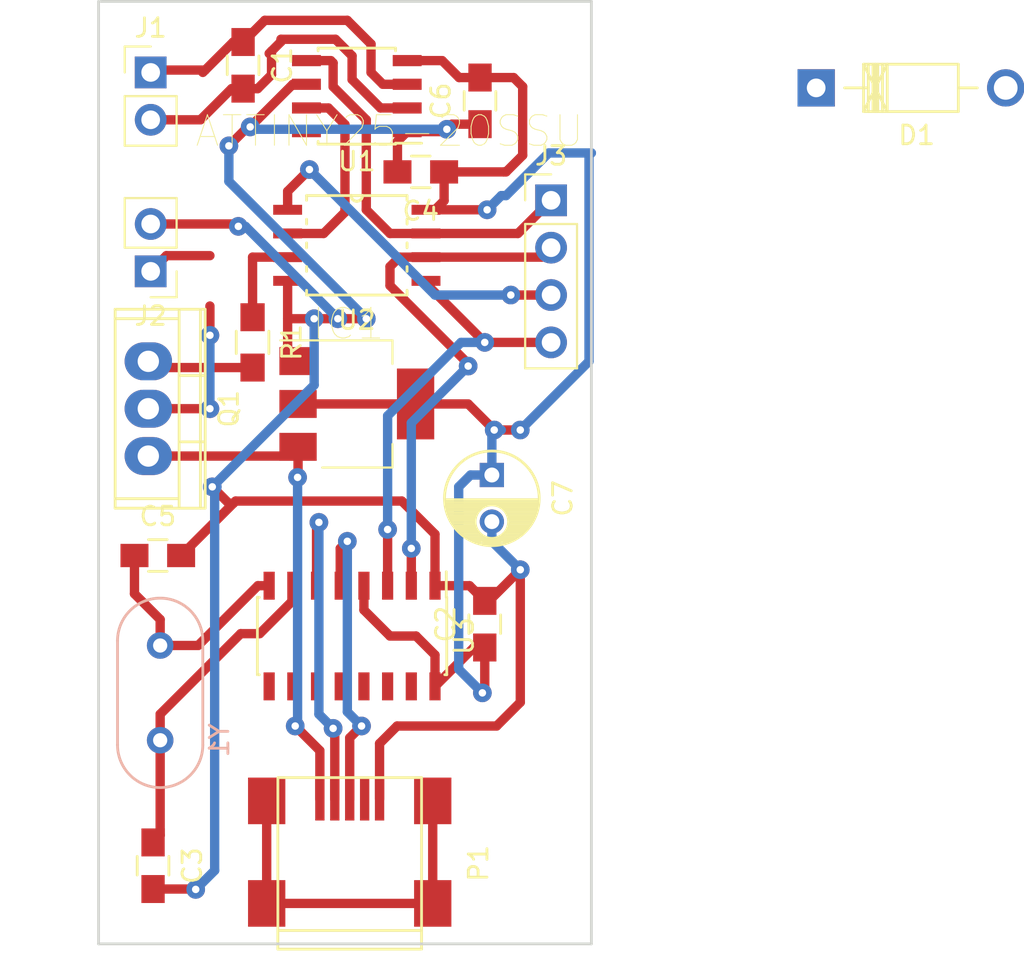
<source format=kicad_pcb>
(kicad_pcb (version 20160815) (host pcbnew "(2016-12-18 revision 3ffa37c)-master")

  (general
    (links 48)
    (no_connects 4)
    (area 138.735999 79.807999 165.302001 130.504001)
    (thickness 1.6)
    (drawings 4)
    (tracks 227)
    (zones 0)
    (modules 19)
    (nets 28)
  )

  (page A4)
  (layers
    (0 F.Cu signal)
    (31 B.Cu signal)
    (32 B.Adhes user)
    (33 F.Adhes user)
    (34 B.Paste user)
    (35 F.Paste user)
    (36 B.SilkS user)
    (37 F.SilkS user)
    (38 B.Mask user)
    (39 F.Mask user)
    (40 Dwgs.User user)
    (41 Cmts.User user)
    (42 Eco1.User user)
    (43 Eco2.User user)
    (44 Edge.Cuts user)
    (45 Margin user)
    (46 B.CrtYd user)
    (47 F.CrtYd user)
    (48 B.Fab user)
    (49 F.Fab user)
  )

  (setup
    (last_trace_width 0.5)
    (user_trace_width 0.35)
    (trace_clearance 0.4)
    (zone_clearance 0.508)
    (zone_45_only no)
    (trace_min 0.2)
    (segment_width 0.2)
    (edge_width 0.15)
    (via_size 1)
    (via_drill 0.4)
    (via_min_size 0.4)
    (via_min_drill 0.3)
    (uvia_size 0.3)
    (uvia_drill 0.1)
    (uvias_allowed no)
    (uvia_min_size 0.2)
    (uvia_min_drill 0.1)
    (pcb_text_width 0.3)
    (pcb_text_size 1.5 1.5)
    (mod_edge_width 0.15)
    (mod_text_size 1 1)
    (mod_text_width 0.15)
    (pad_size 1.524 1.524)
    (pad_drill 0.762)
    (pad_to_mask_clearance 0.2)
    (aux_axis_origin 0 0)
    (visible_elements FFFFFD7F)
    (pcbplotparams
      (layerselection 0x00080_7fffffff)
      (usegerberextensions false)
      (excludeedgelayer true)
      (linewidth 0.100000)
      (plotframeref false)
      (viasonmask true)
      (mode 1)
      (useauxorigin false)
      (hpglpennumber 1)
      (hpglpenspeed 20)
      (hpglpendiameter 15)
      (psnegative false)
      (psa4output false)
      (plotreference true)
      (plotvalue true)
      (plotinvisibletext false)
      (padsonsilk false)
      (subtractmaskfromsilk false)
      (outputformat 4)
      (mirror true)
      (drillshape 0)
      (scaleselection 1)
      (outputdirectory ""))
  )

  (net 0 "")
  (net 1 GND)
  (net 2 +5V)
  (net 3 "Net-(Q1-Pad1)")
  (net 4 "Net-(IC1-Pad3)")
  (net 5 /to_relay)
  (net 6 "Net-(IC1-Pad2)")
  (net 7 "Net-(IC1-Pad7)")
  (net 8 "Net-(IC1-Pad1)")
  (net 9 "Net-(IC1-Pad5)")
  (net 10 "Net-(IC1-Pad6)")
  (net 11 +3V3)
  (net 12 "Net-(C1-Pad2)")
  (net 13 "Net-(C1-Pad1)")
  (net 14 "Net-(U3-Pad15)")
  (net 15 "Net-(U3-Pad14)")
  (net 16 "Net-(U3-Pad13)")
  (net 17 "Net-(U3-Pad12)")
  (net 18 "Net-(U3-Pad11)")
  (net 19 "Net-(U3-Pad10)")
  (net 20 "Net-(U3-Pad9)")
  (net 21 "Net-(C5-Pad1)")
  (net 22 "Net-(C3-Pad1)")
  (net 23 "Net-(P1-Pad2)")
  (net 24 "Net-(P1-Pad3)")
  (net 25 "Net-(P1-Pad6)")
  (net 26 "Net-(P1-Pad4)")
  (net 27 "Net-(J2-Pad2)")

  (net_class Default "This is the default net class."
    (clearance 0.4)
    (trace_width 0.5)
    (via_dia 1)
    (via_drill 0.4)
    (uvia_dia 0.3)
    (uvia_drill 0.1)
    (diff_pair_gap 0.25)
    (diff_pair_width 0.2)
    (add_net +3V3)
    (add_net +5V)
    (add_net /to_relay)
    (add_net GND)
    (add_net "Net-(C1-Pad1)")
    (add_net "Net-(C1-Pad2)")
    (add_net "Net-(C3-Pad1)")
    (add_net "Net-(C5-Pad1)")
    (add_net "Net-(IC1-Pad1)")
    (add_net "Net-(IC1-Pad2)")
    (add_net "Net-(IC1-Pad3)")
    (add_net "Net-(IC1-Pad5)")
    (add_net "Net-(IC1-Pad6)")
    (add_net "Net-(IC1-Pad7)")
    (add_net "Net-(J2-Pad2)")
    (add_net "Net-(P1-Pad2)")
    (add_net "Net-(P1-Pad3)")
    (add_net "Net-(P1-Pad4)")
    (add_net "Net-(P1-Pad6)")
    (add_net "Net-(Q1-Pad1)")
    (add_net "Net-(U3-Pad10)")
    (add_net "Net-(U3-Pad11)")
    (add_net "Net-(U3-Pad12)")
    (add_net "Net-(U3-Pad13)")
    (add_net "Net-(U3-Pad14)")
    (add_net "Net-(U3-Pad15)")
    (add_net "Net-(U3-Pad9)")
  )

  (module Diodes_THT:Diode_DO-41_SOD81_Horizontal_RM10 (layer F.Cu) (tedit 552FFCCE) (tstamp 586BD438)
    (at 177.276492 84.524039)
    (descr "Diode, DO-41, SOD81, Horizontal, RM 10mm,")
    (tags "Diode, DO-41, SOD81, Horizontal, RM 10mm, 1N4007, SB140,")
    (path /586BD5C8)
    (fp_text reference D1 (at 5.38734 2.53746) (layer F.SilkS)
      (effects (font (size 1 1) (thickness 0.15)))
    )
    (fp_text value D (at 4.37134 -3.55854) (layer F.Fab)
      (effects (font (size 1 1) (thickness 0.15)))
    )
    (fp_line (start 7.62 1.26746) (end 2.54 1.26746) (layer F.SilkS) (width 0.15))
    (fp_line (start 7.62 -1.27254) (end 7.62 1.26746) (layer F.SilkS) (width 0.15))
    (fp_line (start 2.54 -1.27254) (end 7.62 -1.27254) (layer F.SilkS) (width 0.15))
    (fp_line (start 2.54 1.26746) (end 2.54 -1.27254) (layer F.SilkS) (width 0.15))
    (fp_line (start 3.175 -1.27254) (end 3.175 1.26746) (layer F.SilkS) (width 0.15))
    (fp_line (start 3.81 -1.27254) (end 3.81 1.26746) (layer F.SilkS) (width 0.15))
    (fp_line (start 2.54 -1.27254) (end 3.81 1.26746) (layer F.SilkS) (width 0.15))
    (fp_line (start 3.81 -1.27254) (end 2.54 1.26746) (layer F.SilkS) (width 0.15))
    (fp_line (start 2.794 -1.27254) (end 2.794 1.26746) (layer F.SilkS) (width 0.15))
    (fp_line (start 3.556 -1.27254) (end 3.556 1.26746) (layer F.SilkS) (width 0.15))
    (fp_line (start 3.302 -1.27254) (end 3.302 1.26746) (layer F.SilkS) (width 0.15))
    (fp_line (start 3.048 -1.27254) (end 3.048 1.26746) (layer F.SilkS) (width 0.15))
    (fp_line (start 2.794 -0.00254) (end 1.524 -0.00254) (layer F.SilkS) (width 0.15))
    (fp_line (start 7.62 -0.00254) (end 8.636 -0.00254) (layer F.SilkS) (width 0.15))
    (pad 1 thru_hole rect (at 0 -0.00254 180) (size 1.99898 1.99898) (drill 1.00076) (layers *.Cu *.Mask)
      (net 2 +5V))
    (pad 2 thru_hole circle (at 10.16 -0.00254 180) (size 1.99898 1.99898) (drill 1.27) (layers *.Cu *.Mask)
      (net 5 /to_relay))
  )

  (module Capacitors_SMD:C_0805_HandSoldering (layer F.Cu) (tedit 541A9B8D) (tstamp 586B35E2)
    (at 159.258 85.217 90)
    (descr "Capacitor SMD 0805, hand soldering")
    (tags "capacitor 0805")
    (path /586B504A)
    (attr smd)
    (fp_text reference C6 (at 0 -2.1 90) (layer F.SilkS)
      (effects (font (size 1 1) (thickness 0.15)))
    )
    (fp_text value 0.1u (at 0 2.1 90) (layer F.Fab)
      (effects (font (size 1 1) (thickness 0.15)))
    )
    (fp_line (start -1 0.625) (end -1 -0.625) (layer F.Fab) (width 0.15))
    (fp_line (start 1 0.625) (end -1 0.625) (layer F.Fab) (width 0.15))
    (fp_line (start 1 -0.625) (end 1 0.625) (layer F.Fab) (width 0.15))
    (fp_line (start -1 -0.625) (end 1 -0.625) (layer F.Fab) (width 0.15))
    (fp_line (start -2.3 -1) (end 2.3 -1) (layer F.CrtYd) (width 0.05))
    (fp_line (start -2.3 1) (end 2.3 1) (layer F.CrtYd) (width 0.05))
    (fp_line (start -2.3 -1) (end -2.3 1) (layer F.CrtYd) (width 0.05))
    (fp_line (start 2.3 -1) (end 2.3 1) (layer F.CrtYd) (width 0.05))
    (fp_line (start 0.5 -0.85) (end -0.5 -0.85) (layer F.SilkS) (width 0.15))
    (fp_line (start -0.5 0.85) (end 0.5 0.85) (layer F.SilkS) (width 0.15))
    (pad 1 smd rect (at -1.25 0 90) (size 1.5 1.25) (layers F.Cu F.Paste F.Mask)
      (net 1 GND))
    (pad 2 smd rect (at 1.25 0 90) (size 1.5 1.25) (layers F.Cu F.Paste F.Mask)
      (net 11 +3V3))
    (model Capacitors_SMD.3dshapes/C_0805_HandSoldering.wrl
      (at (xyz 0 0 0))
      (scale (xyz 1 1 1))
      (rotate (xyz 0 0 0))
    )
  )

  (module Capacitors_SMD:C_0805_HandSoldering (layer F.Cu) (tedit 541A9B8D) (tstamp 586B35D2)
    (at 141.986 109.601)
    (descr "Capacitor SMD 0805, hand soldering")
    (tags "capacitor 0805")
    (path /586B3640)
    (attr smd)
    (fp_text reference C5 (at 0 -2.1) (layer F.SilkS)
      (effects (font (size 1 1) (thickness 0.15)))
    )
    (fp_text value 22p (at 0 2.1) (layer F.Fab)
      (effects (font (size 1 1) (thickness 0.15)))
    )
    (fp_line (start -0.5 0.85) (end 0.5 0.85) (layer F.SilkS) (width 0.15))
    (fp_line (start 0.5 -0.85) (end -0.5 -0.85) (layer F.SilkS) (width 0.15))
    (fp_line (start 2.3 -1) (end 2.3 1) (layer F.CrtYd) (width 0.05))
    (fp_line (start -2.3 -1) (end -2.3 1) (layer F.CrtYd) (width 0.05))
    (fp_line (start -2.3 1) (end 2.3 1) (layer F.CrtYd) (width 0.05))
    (fp_line (start -2.3 -1) (end 2.3 -1) (layer F.CrtYd) (width 0.05))
    (fp_line (start -1 -0.625) (end 1 -0.625) (layer F.Fab) (width 0.15))
    (fp_line (start 1 -0.625) (end 1 0.625) (layer F.Fab) (width 0.15))
    (fp_line (start 1 0.625) (end -1 0.625) (layer F.Fab) (width 0.15))
    (fp_line (start -1 0.625) (end -1 -0.625) (layer F.Fab) (width 0.15))
    (pad 2 smd rect (at 1.25 0) (size 1.5 1.25) (layers F.Cu F.Paste F.Mask)
      (net 1 GND))
    (pad 1 smd rect (at -1.25 0) (size 1.5 1.25) (layers F.Cu F.Paste F.Mask)
      (net 21 "Net-(C5-Pad1)"))
    (model Capacitors_SMD.3dshapes/C_0805_HandSoldering.wrl
      (at (xyz 0 0 0))
      (scale (xyz 1 1 1))
      (rotate (xyz 0 0 0))
    )
  )

  (module Capacitors_SMD:C_0805_HandSoldering (layer F.Cu) (tedit 541A9B8D) (tstamp 586B35C2)
    (at 156.083 89.027 180)
    (descr "Capacitor SMD 0805, hand soldering")
    (tags "capacitor 0805")
    (path /586B4418)
    (attr smd)
    (fp_text reference C4 (at 0 -2.1 180) (layer F.SilkS)
      (effects (font (size 1 1) (thickness 0.15)))
    )
    (fp_text value 0.1u (at 0 2.1 180) (layer F.Fab)
      (effects (font (size 1 1) (thickness 0.15)))
    )
    (fp_line (start -1 0.625) (end -1 -0.625) (layer F.Fab) (width 0.15))
    (fp_line (start 1 0.625) (end -1 0.625) (layer F.Fab) (width 0.15))
    (fp_line (start 1 -0.625) (end 1 0.625) (layer F.Fab) (width 0.15))
    (fp_line (start -1 -0.625) (end 1 -0.625) (layer F.Fab) (width 0.15))
    (fp_line (start -2.3 -1) (end 2.3 -1) (layer F.CrtYd) (width 0.05))
    (fp_line (start -2.3 1) (end 2.3 1) (layer F.CrtYd) (width 0.05))
    (fp_line (start -2.3 -1) (end -2.3 1) (layer F.CrtYd) (width 0.05))
    (fp_line (start 2.3 -1) (end 2.3 1) (layer F.CrtYd) (width 0.05))
    (fp_line (start 0.5 -0.85) (end -0.5 -0.85) (layer F.SilkS) (width 0.15))
    (fp_line (start -0.5 0.85) (end 0.5 0.85) (layer F.SilkS) (width 0.15))
    (pad 1 smd rect (at -1.25 0 180) (size 1.5 1.25) (layers F.Cu F.Paste F.Mask)
      (net 11 +3V3))
    (pad 2 smd rect (at 1.25 0 180) (size 1.5 1.25) (layers F.Cu F.Paste F.Mask)
      (net 1 GND))
    (model Capacitors_SMD.3dshapes/C_0805_HandSoldering.wrl
      (at (xyz 0 0 0))
      (scale (xyz 1 1 1))
      (rotate (xyz 0 0 0))
    )
  )

  (module Capacitors_SMD:C_0805_HandSoldering (layer F.Cu) (tedit 541A9B8D) (tstamp 586B35B2)
    (at 141.732 126.238 270)
    (descr "Capacitor SMD 0805, hand soldering")
    (tags "capacitor 0805")
    (path /586B35EE)
    (attr smd)
    (fp_text reference C3 (at 0 -2.1 270) (layer F.SilkS)
      (effects (font (size 1 1) (thickness 0.15)))
    )
    (fp_text value 22p (at 0 2.1 270) (layer F.Fab)
      (effects (font (size 1 1) (thickness 0.15)))
    )
    (fp_line (start -0.5 0.85) (end 0.5 0.85) (layer F.SilkS) (width 0.15))
    (fp_line (start 0.5 -0.85) (end -0.5 -0.85) (layer F.SilkS) (width 0.15))
    (fp_line (start 2.3 -1) (end 2.3 1) (layer F.CrtYd) (width 0.05))
    (fp_line (start -2.3 -1) (end -2.3 1) (layer F.CrtYd) (width 0.05))
    (fp_line (start -2.3 1) (end 2.3 1) (layer F.CrtYd) (width 0.05))
    (fp_line (start -2.3 -1) (end 2.3 -1) (layer F.CrtYd) (width 0.05))
    (fp_line (start -1 -0.625) (end 1 -0.625) (layer F.Fab) (width 0.15))
    (fp_line (start 1 -0.625) (end 1 0.625) (layer F.Fab) (width 0.15))
    (fp_line (start 1 0.625) (end -1 0.625) (layer F.Fab) (width 0.15))
    (fp_line (start -1 0.625) (end -1 -0.625) (layer F.Fab) (width 0.15))
    (pad 2 smd rect (at 1.25 0 270) (size 1.5 1.25) (layers F.Cu F.Paste F.Mask)
      (net 1 GND))
    (pad 1 smd rect (at -1.25 0 270) (size 1.5 1.25) (layers F.Cu F.Paste F.Mask)
      (net 22 "Net-(C3-Pad1)"))
    (model Capacitors_SMD.3dshapes/C_0805_HandSoldering.wrl
      (at (xyz 0 0 0))
      (scale (xyz 1 1 1))
      (rotate (xyz 0 0 0))
    )
  )

  (module Capacitors_SMD:C_0805_HandSoldering (layer F.Cu) (tedit 541A9B8D) (tstamp 586B35A2)
    (at 159.512 113.284 90)
    (descr "Capacitor SMD 0805, hand soldering")
    (tags "capacitor 0805")
    (path /586B5575)
    (attr smd)
    (fp_text reference C2 (at 0 -2.1 90) (layer F.SilkS)
      (effects (font (size 1 1) (thickness 0.15)))
    )
    (fp_text value 0.1u (at 0 2.1 90) (layer F.Fab)
      (effects (font (size 1 1) (thickness 0.15)))
    )
    (fp_line (start -1 0.625) (end -1 -0.625) (layer F.Fab) (width 0.15))
    (fp_line (start 1 0.625) (end -1 0.625) (layer F.Fab) (width 0.15))
    (fp_line (start 1 -0.625) (end 1 0.625) (layer F.Fab) (width 0.15))
    (fp_line (start -1 -0.625) (end 1 -0.625) (layer F.Fab) (width 0.15))
    (fp_line (start -2.3 -1) (end 2.3 -1) (layer F.CrtYd) (width 0.05))
    (fp_line (start -2.3 1) (end 2.3 1) (layer F.CrtYd) (width 0.05))
    (fp_line (start -2.3 -1) (end -2.3 1) (layer F.CrtYd) (width 0.05))
    (fp_line (start 2.3 -1) (end 2.3 1) (layer F.CrtYd) (width 0.05))
    (fp_line (start 0.5 -0.85) (end -0.5 -0.85) (layer F.SilkS) (width 0.15))
    (fp_line (start -0.5 0.85) (end 0.5 0.85) (layer F.SilkS) (width 0.15))
    (pad 1 smd rect (at -1.25 0 90) (size 1.5 1.25) (layers F.Cu F.Paste F.Mask)
      (net 11 +3V3))
    (pad 2 smd rect (at 1.25 0 90) (size 1.5 1.25) (layers F.Cu F.Paste F.Mask)
      (net 1 GND))
    (model Capacitors_SMD.3dshapes/C_0805_HandSoldering.wrl
      (at (xyz 0 0 0))
      (scale (xyz 1 1 1))
      (rotate (xyz 0 0 0))
    )
  )

  (module Capacitors_SMD:C_0805_HandSoldering (layer F.Cu) (tedit 541A9B8D) (tstamp 586B3592)
    (at 146.558 83.312 270)
    (descr "Capacitor SMD 0805, hand soldering")
    (tags "capacitor 0805")
    (path /586B5746)
    (attr smd)
    (fp_text reference C1 (at 0 -2.1 270) (layer F.SilkS)
      (effects (font (size 1 1) (thickness 0.15)))
    )
    (fp_text value 0.1u (at 0 2.1 270) (layer F.Fab)
      (effects (font (size 1 1) (thickness 0.15)))
    )
    (fp_line (start -0.5 0.85) (end 0.5 0.85) (layer F.SilkS) (width 0.15))
    (fp_line (start 0.5 -0.85) (end -0.5 -0.85) (layer F.SilkS) (width 0.15))
    (fp_line (start 2.3 -1) (end 2.3 1) (layer F.CrtYd) (width 0.05))
    (fp_line (start -2.3 -1) (end -2.3 1) (layer F.CrtYd) (width 0.05))
    (fp_line (start -2.3 1) (end 2.3 1) (layer F.CrtYd) (width 0.05))
    (fp_line (start -2.3 -1) (end 2.3 -1) (layer F.CrtYd) (width 0.05))
    (fp_line (start -1 -0.625) (end 1 -0.625) (layer F.Fab) (width 0.15))
    (fp_line (start 1 -0.625) (end 1 0.625) (layer F.Fab) (width 0.15))
    (fp_line (start 1 0.625) (end -1 0.625) (layer F.Fab) (width 0.15))
    (fp_line (start -1 0.625) (end -1 -0.625) (layer F.Fab) (width 0.15))
    (pad 2 smd rect (at 1.25 0 270) (size 1.5 1.25) (layers F.Cu F.Paste F.Mask)
      (net 12 "Net-(C1-Pad2)"))
    (pad 1 smd rect (at -1.25 0 270) (size 1.5 1.25) (layers F.Cu F.Paste F.Mask)
      (net 13 "Net-(C1-Pad1)"))
    (model Capacitors_SMD.3dshapes/C_0805_HandSoldering.wrl
      (at (xyz 0 0 0))
      (scale (xyz 1 1 1))
      (rotate (xyz 0 0 0))
    )
  )

  (module Capacitors_THT:C_Radial_D5_L6_P2.5 (layer F.Cu) (tedit 0) (tstamp 586B3582)
    (at 159.893 105.283 270)
    (descr "Radial Electrolytic Capacitor Diameter 5mm x Length 6mm, Pitch 2.5mm")
    (tags "Electrolytic Capacitor")
    (path /586B5E65)
    (fp_text reference C7 (at 1.25 -3.8 270) (layer F.SilkS)
      (effects (font (size 1 1) (thickness 0.15)))
    )
    (fp_text value 22m (at 1.25 3.8 270) (layer F.Fab)
      (effects (font (size 1 1) (thickness 0.15)))
    )
    (fp_circle (center 1.25 0) (end 1.25 -2.8) (layer F.CrtYd) (width 0.05))
    (fp_circle (center 1.25 0) (end 1.25 -2.5375) (layer F.SilkS) (width 0.15))
    (fp_circle (center 2.5 0) (end 2.5 -0.9) (layer F.SilkS) (width 0.15))
    (fp_line (start 3.705 -0.472) (end 3.705 0.472) (layer F.SilkS) (width 0.15))
    (fp_line (start 3.565 -0.944) (end 3.565 0.944) (layer F.SilkS) (width 0.15))
    (fp_line (start 3.425 -1.233) (end 3.425 1.233) (layer F.SilkS) (width 0.15))
    (fp_line (start 3.285 0.44) (end 3.285 1.452) (layer F.SilkS) (width 0.15))
    (fp_line (start 3.285 -1.452) (end 3.285 -0.44) (layer F.SilkS) (width 0.15))
    (fp_line (start 3.145 0.628) (end 3.145 1.631) (layer F.SilkS) (width 0.15))
    (fp_line (start 3.145 -1.631) (end 3.145 -0.628) (layer F.SilkS) (width 0.15))
    (fp_line (start 3.005 0.745) (end 3.005 1.78) (layer F.SilkS) (width 0.15))
    (fp_line (start 3.005 -1.78) (end 3.005 -0.745) (layer F.SilkS) (width 0.15))
    (fp_line (start 2.865 0.823) (end 2.865 1.908) (layer F.SilkS) (width 0.15))
    (fp_line (start 2.865 -1.908) (end 2.865 -0.823) (layer F.SilkS) (width 0.15))
    (fp_line (start 2.725 0.871) (end 2.725 2.019) (layer F.SilkS) (width 0.15))
    (fp_line (start 2.725 -2.019) (end 2.725 -0.871) (layer F.SilkS) (width 0.15))
    (fp_line (start 2.585 0.896) (end 2.585 2.114) (layer F.SilkS) (width 0.15))
    (fp_line (start 2.585 -2.114) (end 2.585 -0.896) (layer F.SilkS) (width 0.15))
    (fp_line (start 2.445 0.898) (end 2.445 2.196) (layer F.SilkS) (width 0.15))
    (fp_line (start 2.445 -2.196) (end 2.445 -0.898) (layer F.SilkS) (width 0.15))
    (fp_line (start 2.305 0.879) (end 2.305 2.266) (layer F.SilkS) (width 0.15))
    (fp_line (start 2.305 -2.266) (end 2.305 -0.879) (layer F.SilkS) (width 0.15))
    (fp_line (start 2.165 0.835) (end 2.165 2.327) (layer F.SilkS) (width 0.15))
    (fp_line (start 2.165 -2.327) (end 2.165 -0.835) (layer F.SilkS) (width 0.15))
    (fp_line (start 2.025 0.764) (end 2.025 2.377) (layer F.SilkS) (width 0.15))
    (fp_line (start 2.025 -2.377) (end 2.025 -0.764) (layer F.SilkS) (width 0.15))
    (fp_line (start 1.885 0.657) (end 1.885 2.418) (layer F.SilkS) (width 0.15))
    (fp_line (start 1.885 -2.418) (end 1.885 -0.657) (layer F.SilkS) (width 0.15))
    (fp_line (start 1.745 0.49) (end 1.745 2.451) (layer F.SilkS) (width 0.15))
    (fp_line (start 1.745 -2.451) (end 1.745 -0.49) (layer F.SilkS) (width 0.15))
    (fp_line (start 1.605 0.095) (end 1.605 2.475) (layer F.SilkS) (width 0.15))
    (fp_line (start 1.605 -2.475) (end 1.605 -0.095) (layer F.SilkS) (width 0.15))
    (fp_line (start 1.465 -2.491) (end 1.465 2.491) (layer F.SilkS) (width 0.15))
    (fp_line (start 1.325 -2.499) (end 1.325 2.499) (layer F.SilkS) (width 0.15))
    (pad 2 thru_hole circle (at 2.5 0 270) (size 1.3 1.3) (drill 0.8) (layers *.Cu *.Mask)
      (net 1 GND))
    (pad 1 thru_hole rect (at 0 0 270) (size 1.3 1.3) (drill 0.8) (layers *.Cu *.Mask)
      (net 11 +3V3))
    (model Capacitors_ThroughHole.3dshapes/C_Radial_D5_L6_P2.5.wrl
      (at (xyz 0.0492126 0 0))
      (scale (xyz 1 1 1))
      (rotate (xyz 0 0 90))
    )
  )

  (module Connectors:USB_Mini-B (layer F.Cu) (tedit 5543E571) (tstamp 586B3560)
    (at 152.273 126.111 90)
    (descr "USB Mini-B 5-pin SMD connector")
    (tags "USB USB_B USB_Mini connector")
    (path /586B3A1B)
    (attr smd)
    (fp_text reference P1 (at 0 6.90118 90) (layer F.SilkS)
      (effects (font (size 1 1) (thickness 0.15)))
    )
    (fp_text value USB_OTG (at 0 -7.0993 90) (layer F.Fab)
      (effects (font (size 1 1) (thickness 0.15)))
    )
    (fp_line (start 4.59994 -3.85064) (end -4.59994 -3.85064) (layer F.SilkS) (width 0.15))
    (fp_line (start 4.59994 3.85064) (end 4.59994 -3.85064) (layer F.SilkS) (width 0.15))
    (fp_line (start -4.59994 3.85064) (end 4.59994 3.85064) (layer F.SilkS) (width 0.15))
    (fp_line (start -4.59994 -3.85064) (end -4.59994 3.85064) (layer F.SilkS) (width 0.15))
    (fp_line (start -3.59918 -3.85064) (end -3.59918 3.85064) (layer F.SilkS) (width 0.15))
    (fp_line (start -4.85 5.7) (end -4.85 -5.7) (layer F.CrtYd) (width 0.05))
    (fp_line (start 4.85 5.7) (end -4.85 5.7) (layer F.CrtYd) (width 0.05))
    (fp_line (start 4.85 -5.7) (end 4.85 5.7) (layer F.CrtYd) (width 0.05))
    (fp_line (start -4.85 -5.7) (end 4.85 -5.7) (layer F.CrtYd) (width 0.05))
    (pad "" np_thru_hole circle (at 0.8509 2.19964 90) (size 0.89916 0.89916) (drill 0.89916) (layers *.Cu *.Mask))
    (pad "" np_thru_hole circle (at 0.8509 -2.19964 90) (size 0.89916 0.89916) (drill 0.89916) (layers *.Cu *.Mask))
    (pad 6 smd rect (at -2.14884 4.45008 90) (size 2.49936 1.99898) (layers F.Cu F.Paste F.Mask)
      (net 25 "Net-(P1-Pad6)"))
    (pad 6 smd rect (at 3.35026 4.45008 90) (size 2.49936 1.99898) (layers F.Cu F.Paste F.Mask)
      (net 25 "Net-(P1-Pad6)"))
    (pad 6 smd rect (at -2.14884 -4.45008 90) (size 2.49936 1.99898) (layers F.Cu F.Paste F.Mask)
      (net 25 "Net-(P1-Pad6)"))
    (pad 6 smd rect (at 3.35026 -4.45008 90) (size 2.49936 1.99898) (layers F.Cu F.Paste F.Mask)
      (net 25 "Net-(P1-Pad6)"))
    (pad 5 smd rect (at 3.44932 1.6002 90) (size 2.30124 0.50038) (layers F.Cu F.Paste F.Mask)
      (net 1 GND))
    (pad 4 smd rect (at 3.44932 0.8001 90) (size 2.30124 0.50038) (layers F.Cu F.Paste F.Mask)
      (net 26 "Net-(P1-Pad4)"))
    (pad 3 smd rect (at 3.44932 0 90) (size 2.30124 0.50038) (layers F.Cu F.Paste F.Mask)
      (net 24 "Net-(P1-Pad3)"))
    (pad 2 smd rect (at 3.44932 -0.8001 90) (size 2.30124 0.50038) (layers F.Cu F.Paste F.Mask)
      (net 23 "Net-(P1-Pad2)"))
    (pad 1 smd rect (at 3.44932 -1.6002 90) (size 2.30124 0.50038) (layers F.Cu F.Paste F.Mask)
      (net 2 +5V))
  )

  (module Crystals:HC-49V (layer B.Cu) (tedit 56D4D4E4) (tstamp 586B3547)
    (at 142.113 119.507 90)
    (descr "Quartz boitier HC-49 Vertical")
    (tags "QUARTZ DEV")
    (path /586B35AB)
    (fp_text reference Y1 (at 0 3.175 90) (layer B.SilkS)
      (effects (font (size 1 1) (thickness 0.15)) (justify mirror))
    )
    (fp_text value 12M (at 0 -3.175 90) (layer B.Fab)
      (effects (font (size 1 1) (thickness 0.15)) (justify mirror))
    )
    (fp_line (start -0.254 2.286) (end 5.334 2.286) (layer B.SilkS) (width 0.15))
    (fp_line (start -0.254 -2.286) (end 5.334 -2.286) (layer B.SilkS) (width 0.15))
    (fp_arc (start -0.254 0) (end -0.254 -2.286) (angle -180) (layer B.SilkS) (width 0.15))
    (fp_arc (start 5.334 0) (end 5.334 2.286) (angle -180) (layer B.SilkS) (width 0.15))
    (fp_arc (start 5.35 0) (end 5.35 2.8) (angle -180) (layer B.CrtYd) (width 0.05))
    (fp_arc (start -0.25 0) (end -0.25 -2.8) (angle -180) (layer B.CrtYd) (width 0.05))
    (fp_line (start -0.25 2.8) (end 5.35 2.8) (layer B.CrtYd) (width 0.05))
    (fp_line (start 5.35 -2.8) (end -0.25 -2.8) (layer B.CrtYd) (width 0.05))
    (pad 2 thru_hole circle (at 5.08 0 90) (size 1.4224 1.4224) (drill 0.762) (layers *.Cu *.Mask)
      (net 21 "Net-(C5-Pad1)"))
    (pad 1 thru_hole circle (at 0 0 90) (size 1.4224 1.4224) (drill 0.762) (layers *.Cu *.Mask)
      (net 22 "Net-(C3-Pad1)"))
    (model Crystals.3dshapes/HC-49V.wrl
      (at (xyz 0.1 0 0))
      (scale (xyz 1 1 0.2))
      (rotate (xyz 0 0 0))
    )
  )

  (module Housings_SOIC:SOIC-16_3.9x9.9mm_Pitch1.27mm (layer F.Cu) (tedit 574D979F) (tstamp 586B351B)
    (at 152.4 113.919 270)
    (descr "16-Lead Plastic Small Outline (SL) - Narrow, 3.90 mm Body [SOIC] (see Microchip Packaging Specification 00000049BS.pdf)")
    (tags "SOIC 1.27")
    (path /586B2E85)
    (attr smd)
    (fp_text reference U3 (at 0 -6 270) (layer F.SilkS)
      (effects (font (size 1 1) (thickness 0.15)))
    )
    (fp_text value CH340G (at 0 6 270) (layer F.Fab)
      (effects (font (size 1 1) (thickness 0.15)))
    )
    (fp_line (start -2.075 -5.05) (end -3.45 -5.05) (layer F.SilkS) (width 0.15))
    (fp_line (start -2.075 5.075) (end 2.075 5.075) (layer F.SilkS) (width 0.15))
    (fp_line (start -2.075 -5.075) (end 2.075 -5.075) (layer F.SilkS) (width 0.15))
    (fp_line (start -2.075 5.075) (end -2.075 4.97) (layer F.SilkS) (width 0.15))
    (fp_line (start 2.075 5.075) (end 2.075 4.97) (layer F.SilkS) (width 0.15))
    (fp_line (start 2.075 -5.075) (end 2.075 -4.97) (layer F.SilkS) (width 0.15))
    (fp_line (start -2.075 -5.075) (end -2.075 -5.05) (layer F.SilkS) (width 0.15))
    (fp_line (start -3.7 5.25) (end 3.7 5.25) (layer F.CrtYd) (width 0.05))
    (fp_line (start -3.7 -5.25) (end 3.7 -5.25) (layer F.CrtYd) (width 0.05))
    (fp_line (start 3.7 -5.25) (end 3.7 5.25) (layer F.CrtYd) (width 0.05))
    (fp_line (start -3.7 -5.25) (end -3.7 5.25) (layer F.CrtYd) (width 0.05))
    (fp_line (start -1.95 -3.95) (end -0.95 -4.95) (layer F.Fab) (width 0.15))
    (fp_line (start -1.95 4.95) (end -1.95 -3.95) (layer F.Fab) (width 0.15))
    (fp_line (start 1.95 4.95) (end -1.95 4.95) (layer F.Fab) (width 0.15))
    (fp_line (start 1.95 -4.95) (end 1.95 4.95) (layer F.Fab) (width 0.15))
    (fp_line (start -0.95 -4.95) (end 1.95 -4.95) (layer F.Fab) (width 0.15))
    (pad 16 smd rect (at 2.7 -4.445 270) (size 1.5 0.6) (layers F.Cu F.Paste F.Mask)
      (net 11 +3V3))
    (pad 15 smd rect (at 2.7 -3.175 270) (size 1.5 0.6) (layers F.Cu F.Paste F.Mask)
      (net 14 "Net-(U3-Pad15)"))
    (pad 14 smd rect (at 2.7 -1.905 270) (size 1.5 0.6) (layers F.Cu F.Paste F.Mask)
      (net 15 "Net-(U3-Pad14)"))
    (pad 13 smd rect (at 2.7 -0.635 270) (size 1.5 0.6) (layers F.Cu F.Paste F.Mask)
      (net 16 "Net-(U3-Pad13)"))
    (pad 12 smd rect (at 2.7 0.635 270) (size 1.5 0.6) (layers F.Cu F.Paste F.Mask)
      (net 17 "Net-(U3-Pad12)"))
    (pad 11 smd rect (at 2.7 1.905 270) (size 1.5 0.6) (layers F.Cu F.Paste F.Mask)
      (net 18 "Net-(U3-Pad11)"))
    (pad 10 smd rect (at 2.7 3.175 270) (size 1.5 0.6) (layers F.Cu F.Paste F.Mask)
      (net 19 "Net-(U3-Pad10)"))
    (pad 9 smd rect (at 2.7 4.445 270) (size 1.5 0.6) (layers F.Cu F.Paste F.Mask)
      (net 20 "Net-(U3-Pad9)"))
    (pad 8 smd rect (at -2.7 4.445 270) (size 1.5 0.6) (layers F.Cu F.Paste F.Mask)
      (net 21 "Net-(C5-Pad1)"))
    (pad 7 smd rect (at -2.7 3.175 270) (size 1.5 0.6) (layers F.Cu F.Paste F.Mask)
      (net 22 "Net-(C3-Pad1)"))
    (pad 6 smd rect (at -2.7 1.905 270) (size 1.5 0.6) (layers F.Cu F.Paste F.Mask)
      (net 23 "Net-(P1-Pad2)"))
    (pad 5 smd rect (at -2.7 0.635 270) (size 1.5 0.6) (layers F.Cu F.Paste F.Mask)
      (net 24 "Net-(P1-Pad3)"))
    (pad 4 smd rect (at -2.7 -0.635 270) (size 1.5 0.6) (layers F.Cu F.Paste F.Mask)
      (net 11 +3V3))
    (pad 3 smd rect (at -2.7 -1.905 270) (size 1.5 0.6) (layers F.Cu F.Paste F.Mask)
      (net 9 "Net-(IC1-Pad5)"))
    (pad 2 smd rect (at -2.7 -3.175 270) (size 1.5 0.6) (layers F.Cu F.Paste F.Mask)
      (net 10 "Net-(IC1-Pad6)"))
    (pad 1 smd rect (at -2.7 -4.445 270) (size 1.5 0.6) (layers F.Cu F.Paste F.Mask)
      (net 1 GND))
    (model Housings_SOIC.3dshapes/SOIC-16_3.9x9.9mm_Pitch1.27mm.wrl
      (at (xyz 0 0 0))
      (scale (xyz 1 1 1))
      (rotate (xyz 0 0 0))
    )
  )

  (module Pin_Headers:Pin_Header_Straight_1x04_Pitch2.54mm (layer F.Cu) (tedit 5862ED52) (tstamp 586B34CF)
    (at 163.068 90.551)
    (descr "Through hole straight pin header, 1x04, 2.54mm pitch, single row")
    (tags "Through hole pin header THT 1x04 2.54mm single row")
    (path /586B62E4)
    (fp_text reference J3 (at 0 -2.39) (layer F.SilkS)
      (effects (font (size 1 1) (thickness 0.15)))
    )
    (fp_text value ICSP (at 0 10.01) (layer F.Fab)
      (effects (font (size 1 1) (thickness 0.15)))
    )
    (fp_line (start 1.6 -1.6) (end -1.6 -1.6) (layer F.CrtYd) (width 0.05))
    (fp_line (start 1.6 9.2) (end 1.6 -1.6) (layer F.CrtYd) (width 0.05))
    (fp_line (start -1.6 9.2) (end 1.6 9.2) (layer F.CrtYd) (width 0.05))
    (fp_line (start -1.6 -1.6) (end -1.6 9.2) (layer F.CrtYd) (width 0.05))
    (fp_line (start -1.39 -1.39) (end 0 -1.39) (layer F.SilkS) (width 0.12))
    (fp_line (start -1.39 0) (end -1.39 -1.39) (layer F.SilkS) (width 0.12))
    (fp_line (start 1.39 1.27) (end -1.39 1.27) (layer F.SilkS) (width 0.12))
    (fp_line (start 1.39 9.01) (end 1.39 1.27) (layer F.SilkS) (width 0.12))
    (fp_line (start -1.39 9.01) (end 1.39 9.01) (layer F.SilkS) (width 0.12))
    (fp_line (start -1.39 1.27) (end -1.39 9.01) (layer F.SilkS) (width 0.12))
    (fp_line (start 1.27 -1.27) (end -1.27 -1.27) (layer F.Fab) (width 0.1))
    (fp_line (start 1.27 8.89) (end 1.27 -1.27) (layer F.Fab) (width 0.1))
    (fp_line (start -1.27 8.89) (end 1.27 8.89) (layer F.Fab) (width 0.1))
    (fp_line (start -1.27 -1.27) (end -1.27 8.89) (layer F.Fab) (width 0.1))
    (pad 4 thru_hole oval (at 0 7.62) (size 1.7 1.7) (drill 1) (layers *.Cu *.Mask)
      (net 9 "Net-(IC1-Pad5)"))
    (pad 3 thru_hole oval (at 0 5.08) (size 1.7 1.7) (drill 1) (layers *.Cu *.Mask)
      (net 8 "Net-(IC1-Pad1)"))
    (pad 2 thru_hole oval (at 0 2.54) (size 1.7 1.7) (drill 1) (layers *.Cu *.Mask)
      (net 10 "Net-(IC1-Pad6)"))
    (pad 1 thru_hole rect (at 0 0) (size 1.7 1.7) (drill 1) (layers *.Cu *.Mask)
      (net 7 "Net-(IC1-Pad7)"))
    (model Pin_Headers.3dshapes/Pin_Header_Straight_1x04_Pitch2.54mm.wrl
      (at (xyz 0 -0.15 0))
      (scale (xyz 1 1 1))
      (rotate (xyz 0 0 90))
    )
  )

  (module ATTINY25-20SU:SOIC127P798X216-8N (layer F.Cu) (tedit 0) (tstamp 586B21D6)
    (at 152.654 92.964)
    (path /5866A95A)
    (solder_mask_margin 0.1)
    (attr smd)
    (fp_text reference IC1 (at -0.4572 4.2164) (layer F.SilkS)
      (effects (font (size 1.64 1.64) (thickness 0.05)))
    )
    (fp_text value ATTINY25-20SSU (at 1.7526 -6.1214) (layer F.SilkS)
      (effects (font (size 1.64 1.64) (thickness 0.05)))
    )
    (fp_line (start -2.6924 -1.6764) (end -2.6924 -2.1336) (layer Dwgs.User) (width 0))
    (fp_line (start -2.6924 -2.1336) (end -4.1402 -2.1336) (layer Dwgs.User) (width 0))
    (fp_line (start -4.1402 -2.1336) (end -4.1402 -1.6764) (layer Dwgs.User) (width 0))
    (fp_line (start -4.1402 -1.6764) (end -2.6924 -1.6764) (layer Dwgs.User) (width 0))
    (fp_line (start -2.6924 -0.4064) (end -2.6924 -0.8636) (layer Dwgs.User) (width 0))
    (fp_line (start -2.6924 -0.8636) (end -4.1402 -0.8636) (layer Dwgs.User) (width 0))
    (fp_line (start -4.1402 -0.8636) (end -4.1402 -0.4064) (layer Dwgs.User) (width 0))
    (fp_line (start -4.1402 -0.4064) (end -2.6924 -0.4064) (layer Dwgs.User) (width 0))
    (fp_line (start -2.6924 0.8636) (end -2.6924 0.4064) (layer Dwgs.User) (width 0))
    (fp_line (start -2.6924 0.4064) (end -4.1402 0.4064) (layer Dwgs.User) (width 0))
    (fp_line (start -4.1402 0.4064) (end -4.1402 0.8636) (layer Dwgs.User) (width 0))
    (fp_line (start -4.1402 0.8636) (end -2.6924 0.8636) (layer Dwgs.User) (width 0))
    (fp_line (start -2.6924 2.1336) (end -2.6924 1.6764) (layer Dwgs.User) (width 0))
    (fp_line (start -2.6924 1.6764) (end -4.1402 1.6764) (layer Dwgs.User) (width 0))
    (fp_line (start -4.1402 1.6764) (end -4.1402 2.1336) (layer Dwgs.User) (width 0))
    (fp_line (start -4.1402 2.1336) (end -2.6924 2.1336) (layer Dwgs.User) (width 0))
    (fp_line (start 2.6924 1.6764) (end 2.6924 2.1336) (layer Dwgs.User) (width 0))
    (fp_line (start 2.6924 2.1336) (end 4.1402 2.1336) (layer Dwgs.User) (width 0))
    (fp_line (start 4.1402 2.1336) (end 4.1402 1.6764) (layer Dwgs.User) (width 0))
    (fp_line (start 4.1402 1.6764) (end 2.6924 1.6764) (layer Dwgs.User) (width 0))
    (fp_line (start 2.6924 0.4064) (end 2.6924 0.8636) (layer Dwgs.User) (width 0))
    (fp_line (start 2.6924 0.8636) (end 4.1402 0.8636) (layer Dwgs.User) (width 0))
    (fp_line (start 4.1402 0.8636) (end 4.1402 0.4064) (layer Dwgs.User) (width 0))
    (fp_line (start 4.1402 0.4064) (end 2.6924 0.4064) (layer Dwgs.User) (width 0))
    (fp_line (start 2.6924 -0.8636) (end 2.6924 -0.4064) (layer Dwgs.User) (width 0))
    (fp_line (start 2.6924 -0.4064) (end 4.1402 -0.4064) (layer Dwgs.User) (width 0))
    (fp_line (start 4.1402 -0.4064) (end 4.1402 -0.8636) (layer Dwgs.User) (width 0))
    (fp_line (start 4.1402 -0.8636) (end 2.6924 -0.8636) (layer Dwgs.User) (width 0))
    (fp_line (start 2.6924 -2.1336) (end 2.6924 -1.6764) (layer Dwgs.User) (width 0))
    (fp_line (start 2.6924 -1.6764) (end 4.1402 -1.6764) (layer Dwgs.User) (width 0))
    (fp_line (start 4.1402 -1.6764) (end 4.1402 -2.1336) (layer Dwgs.User) (width 0))
    (fp_line (start 4.1402 -2.1336) (end 2.6924 -2.1336) (layer Dwgs.User) (width 0))
    (fp_line (start -2.6924 2.667) (end 2.6924 2.667) (layer Dwgs.User) (width 0))
    (fp_line (start 2.6924 2.667) (end 2.6924 -2.667) (layer Dwgs.User) (width 0))
    (fp_line (start 2.6924 -2.667) (end 0.3048 -2.667) (layer Dwgs.User) (width 0))
    (fp_line (start 0.3048 -2.667) (end -0.3048 -2.667) (layer Dwgs.User) (width 0))
    (fp_line (start -0.3048 -2.667) (end -2.6924 -2.667) (layer Dwgs.User) (width 0))
    (fp_line (start -2.6924 -2.667) (end -2.6924 2.667) (layer Dwgs.User) (width 0))
    (fp_arc (start 0 -2.667) (end -0.3048 -2.667) (angle -180) (layer Dwgs.User) (width 0))
    (fp_arc (start 0 -2.667) (end -0.3048 -2.667) (angle -180) (layer Dwgs.User) (width 0))
    (fp_line (start -2.6924 -0.127) (end -2.6924 0.127) (layer F.SilkS) (width 0.1524))
    (fp_line (start -2.6924 1.143) (end -2.6924 1.397) (layer F.SilkS) (width 0.1524))
    (fp_line (start -2.6924 2.413) (end -2.6924 2.667) (layer F.SilkS) (width 0.1524))
    (fp_line (start 2.6924 1.397) (end 2.6924 1.143) (layer F.SilkS) (width 0.1524))
    (fp_line (start 2.6924 0.127) (end 2.6924 -0.127) (layer F.SilkS) (width 0.1524))
    (fp_line (start 2.6924 -1.143) (end 2.6924 -1.397) (layer F.SilkS) (width 0.1524))
    (fp_line (start 2.6924 -2.413) (end 2.6924 -2.667) (layer F.SilkS) (width 0.1524))
    (fp_line (start -2.6924 2.667) (end 2.6924 2.667) (layer F.SilkS) (width 0.1524))
    (fp_line (start 2.6924 2.667) (end 2.6924 2.413) (layer F.SilkS) (width 0.1524))
    (fp_line (start 2.6924 -2.667) (end 0.3048 -2.667) (layer F.SilkS) (width 0.1524))
    (fp_line (start 0.3048 -2.667) (end -0.3048 -2.667) (layer F.SilkS) (width 0.1524))
    (fp_line (start -0.3048 -2.667) (end -2.6924 -2.667) (layer F.SilkS) (width 0.1524))
    (fp_line (start -2.6924 -2.667) (end -2.6924 -2.413) (layer F.SilkS) (width 0.1524))
    (fp_line (start -2.6924 -1.397) (end -2.6924 -1.143) (layer F.SilkS) (width 0.1524))
    (fp_arc (start 0 -2.667) (end -0.3048 -2.667) (angle -180) (layer F.SilkS) (width 0.1524))
    (fp_arc (start 0 -2.667) (end -0.3048 -2.667) (angle -180) (layer F.SilkS) (width 0.1524))
    (pad 1 smd rect (at -3.7084 -1.905) (size 1.5494 0.5334) (layers F.Cu F.Paste F.Mask)
      (net 8 "Net-(IC1-Pad1)") (solder_mask_margin 0.2))
    (pad 2 smd rect (at -3.7084 -0.635) (size 1.5494 0.5334) (layers F.Cu F.Paste F.Mask)
      (net 6 "Net-(IC1-Pad2)") (solder_mask_margin 0.2))
    (pad 3 smd rect (at -3.7084 0.635) (size 1.5494 0.5334) (layers F.Cu F.Paste F.Mask)
      (net 4 "Net-(IC1-Pad3)") (solder_mask_margin 0.2))
    (pad 4 smd rect (at -3.7084 1.905) (size 1.5494 0.5334) (layers F.Cu F.Paste F.Mask)
      (net 1 GND) (solder_mask_margin 0.2))
    (pad 5 smd rect (at 3.7084 1.905) (size 1.5494 0.5334) (layers F.Cu F.Paste F.Mask)
      (net 9 "Net-(IC1-Pad5)") (solder_mask_margin 0.2))
    (pad 6 smd rect (at 3.7084 0.635) (size 1.5494 0.5334) (layers F.Cu F.Paste F.Mask)
      (net 10 "Net-(IC1-Pad6)") (solder_mask_margin 0.2))
    (pad 7 smd rect (at 3.7084 -0.635) (size 1.5494 0.5334) (layers F.Cu F.Paste F.Mask)
      (net 7 "Net-(IC1-Pad7)") (solder_mask_margin 0.2))
    (pad 8 smd rect (at 3.7084 -1.905) (size 1.5494 0.5334) (layers F.Cu F.Paste F.Mask)
      (net 11 +3V3) (solder_mask_margin 0.2))
  )

  (module Housings_SOIC:SOIC-8_3.9x4.9mm_Pitch1.27mm (layer F.Cu) (tedit 54130A77) (tstamp 586B21B4)
    (at 152.654 84.963 180)
    (descr "8-Lead Plastic Small Outline (SN) - Narrow, 3.90 mm Body [SOIC] (see Microchip Packaging Specification 00000049BS.pdf)")
    (tags "SOIC 1.27")
    (path /586A96D6)
    (attr smd)
    (fp_text reference U1 (at 0 -3.5 180) (layer F.SilkS)
      (effects (font (size 1 1) (thickness 0.15)))
    )
    (fp_text value MAX31855KASA (at 0 3.5 180) (layer F.Fab)
      (effects (font (size 1 1) (thickness 0.15)))
    )
    (fp_line (start -2.075 -2.525) (end -3.475 -2.525) (layer F.SilkS) (width 0.15))
    (fp_line (start -2.075 2.575) (end 2.075 2.575) (layer F.SilkS) (width 0.15))
    (fp_line (start -2.075 -2.575) (end 2.075 -2.575) (layer F.SilkS) (width 0.15))
    (fp_line (start -2.075 2.575) (end -2.075 2.43) (layer F.SilkS) (width 0.15))
    (fp_line (start 2.075 2.575) (end 2.075 2.43) (layer F.SilkS) (width 0.15))
    (fp_line (start 2.075 -2.575) (end 2.075 -2.43) (layer F.SilkS) (width 0.15))
    (fp_line (start -2.075 -2.575) (end -2.075 -2.525) (layer F.SilkS) (width 0.15))
    (fp_line (start -3.75 2.75) (end 3.75 2.75) (layer F.CrtYd) (width 0.05))
    (fp_line (start -3.75 -2.75) (end 3.75 -2.75) (layer F.CrtYd) (width 0.05))
    (fp_line (start 3.75 -2.75) (end 3.75 2.75) (layer F.CrtYd) (width 0.05))
    (fp_line (start -3.75 -2.75) (end -3.75 2.75) (layer F.CrtYd) (width 0.05))
    (fp_line (start -1.95 -1.45) (end -0.95 -2.45) (layer F.Fab) (width 0.15))
    (fp_line (start -1.95 2.45) (end -1.95 -1.45) (layer F.Fab) (width 0.15))
    (fp_line (start 1.95 2.45) (end -1.95 2.45) (layer F.Fab) (width 0.15))
    (fp_line (start 1.95 -2.45) (end 1.95 2.45) (layer F.Fab) (width 0.15))
    (fp_line (start -0.95 -2.45) (end 1.95 -2.45) (layer F.Fab) (width 0.15))
    (pad 8 smd rect (at 2.7 -1.905 180) (size 1.55 0.6) (layers F.Cu F.Paste F.Mask))
    (pad 7 smd rect (at 2.7 -0.635 180) (size 1.55 0.6) (layers F.Cu F.Paste F.Mask)
      (net 6 "Net-(IC1-Pad2)"))
    (pad 6 smd rect (at 2.7 0.635 180) (size 1.55 0.6) (layers F.Cu F.Paste F.Mask)
      (net 1 GND))
    (pad 5 smd rect (at 2.7 1.905 180) (size 1.55 0.6) (layers F.Cu F.Paste F.Mask)
      (net 7 "Net-(IC1-Pad7)"))
    (pad 4 smd rect (at -2.7 1.905 180) (size 1.55 0.6) (layers F.Cu F.Paste F.Mask)
      (net 11 +3V3))
    (pad 3 smd rect (at -2.7 0.635 180) (size 1.55 0.6) (layers F.Cu F.Paste F.Mask)
      (net 13 "Net-(C1-Pad1)"))
    (pad 2 smd rect (at -2.7 -0.635 180) (size 1.55 0.6) (layers F.Cu F.Paste F.Mask)
      (net 12 "Net-(C1-Pad2)"))
    (pad 1 smd rect (at -2.7 -1.905 180) (size 1.55 0.6) (layers F.Cu F.Paste F.Mask)
      (net 1 GND))
    (model Housings_SOIC.3dshapes/SOIC-8_3.9x4.9mm_Pitch1.27mm.wrl
      (at (xyz 0 0 0))
      (scale (xyz 1 1 1))
      (rotate (xyz 0 0 0))
    )
  )

  (module Pin_Headers:Pin_Header_Straight_1x02_Pitch2.54mm (layer F.Cu) (tedit 5862ED52) (tstamp 586B219E)
    (at 141.605 94.361 180)
    (descr "Through hole straight pin header, 1x02, 2.54mm pitch, single row")
    (tags "Through hole pin header THT 1x02 2.54mm single row")
    (path /586AC399)
    (fp_text reference J2 (at 0 -2.39 180) (layer F.SilkS)
      (effects (font (size 1 1) (thickness 0.15)))
    )
    (fp_text value Screw_Terminal_1x02 (at 0 4.93 180) (layer F.Fab)
      (effects (font (size 1 1) (thickness 0.15)))
    )
    (fp_line (start -1.27 -1.27) (end -1.27 3.81) (layer F.Fab) (width 0.1))
    (fp_line (start -1.27 3.81) (end 1.27 3.81) (layer F.Fab) (width 0.1))
    (fp_line (start 1.27 3.81) (end 1.27 -1.27) (layer F.Fab) (width 0.1))
    (fp_line (start 1.27 -1.27) (end -1.27 -1.27) (layer F.Fab) (width 0.1))
    (fp_line (start -1.39 1.27) (end -1.39 3.93) (layer F.SilkS) (width 0.12))
    (fp_line (start -1.39 3.93) (end 1.39 3.93) (layer F.SilkS) (width 0.12))
    (fp_line (start 1.39 3.93) (end 1.39 1.27) (layer F.SilkS) (width 0.12))
    (fp_line (start 1.39 1.27) (end -1.39 1.27) (layer F.SilkS) (width 0.12))
    (fp_line (start -1.39 0) (end -1.39 -1.39) (layer F.SilkS) (width 0.12))
    (fp_line (start -1.39 -1.39) (end 0 -1.39) (layer F.SilkS) (width 0.12))
    (fp_line (start -1.6 -1.6) (end -1.6 4.1) (layer F.CrtYd) (width 0.05))
    (fp_line (start -1.6 4.1) (end 1.6 4.1) (layer F.CrtYd) (width 0.05))
    (fp_line (start 1.6 4.1) (end 1.6 -1.6) (layer F.CrtYd) (width 0.05))
    (fp_line (start 1.6 -1.6) (end -1.6 -1.6) (layer F.CrtYd) (width 0.05))
    (pad 1 thru_hole rect (at 0 0 180) (size 1.7 1.7) (drill 1) (layers *.Cu *.Mask)
      (net 5 /to_relay))
    (pad 2 thru_hole oval (at 0 2.54 180) (size 1.7 1.7) (drill 1) (layers *.Cu *.Mask)
      (net 27 "Net-(J2-Pad2)"))
    (model Pin_Headers.3dshapes/Pin_Header_Straight_1x02_Pitch2.54mm.wrl
      (at (xyz 0 -0.05 0))
      (scale (xyz 1 1 1))
      (rotate (xyz 0 0 90))
    )
  )

  (module Pin_Headers:Pin_Header_Straight_1x02_Pitch2.54mm (layer F.Cu) (tedit 5862ED52) (tstamp 586B218E)
    (at 141.605 83.693)
    (descr "Through hole straight pin header, 1x02, 2.54mm pitch, single row")
    (tags "Through hole pin header THT 1x02 2.54mm single row")
    (path /586AC08E)
    (fp_text reference J1 (at 0 -2.39) (layer F.SilkS)
      (effects (font (size 1 1) (thickness 0.15)))
    )
    (fp_text value Screw_Terminal_1x02 (at 0 4.93) (layer F.Fab)
      (effects (font (size 1 1) (thickness 0.15)))
    )
    (fp_line (start 1.6 -1.6) (end -1.6 -1.6) (layer F.CrtYd) (width 0.05))
    (fp_line (start 1.6 4.1) (end 1.6 -1.6) (layer F.CrtYd) (width 0.05))
    (fp_line (start -1.6 4.1) (end 1.6 4.1) (layer F.CrtYd) (width 0.05))
    (fp_line (start -1.6 -1.6) (end -1.6 4.1) (layer F.CrtYd) (width 0.05))
    (fp_line (start -1.39 -1.39) (end 0 -1.39) (layer F.SilkS) (width 0.12))
    (fp_line (start -1.39 0) (end -1.39 -1.39) (layer F.SilkS) (width 0.12))
    (fp_line (start 1.39 1.27) (end -1.39 1.27) (layer F.SilkS) (width 0.12))
    (fp_line (start 1.39 3.93) (end 1.39 1.27) (layer F.SilkS) (width 0.12))
    (fp_line (start -1.39 3.93) (end 1.39 3.93) (layer F.SilkS) (width 0.12))
    (fp_line (start -1.39 1.27) (end -1.39 3.93) (layer F.SilkS) (width 0.12))
    (fp_line (start 1.27 -1.27) (end -1.27 -1.27) (layer F.Fab) (width 0.1))
    (fp_line (start 1.27 3.81) (end 1.27 -1.27) (layer F.Fab) (width 0.1))
    (fp_line (start -1.27 3.81) (end 1.27 3.81) (layer F.Fab) (width 0.1))
    (fp_line (start -1.27 -1.27) (end -1.27 3.81) (layer F.Fab) (width 0.1))
    (pad 2 thru_hole oval (at 0 2.54) (size 1.7 1.7) (drill 1) (layers *.Cu *.Mask)
      (net 12 "Net-(C1-Pad2)"))
    (pad 1 thru_hole rect (at 0 0) (size 1.7 1.7) (drill 1) (layers *.Cu *.Mask)
      (net 13 "Net-(C1-Pad1)"))
    (model Pin_Headers.3dshapes/Pin_Header_Straight_1x02_Pitch2.54mm.wrl
      (at (xyz 0 -0.05 0))
      (scale (xyz 1 1 1))
      (rotate (xyz 0 0 90))
    )
  )

  (module Power_Integrations:TO-220 (layer F.Cu) (tedit 0) (tstamp 586B217C)
    (at 141.478 101.727 270)
    (descr "Non Isolated JEDEC TO-220 Package")
    (tags "Power Integration YN Package")
    (path /586BCF8B)
    (fp_text reference Q1 (at 0 -4.318 270) (layer F.SilkS)
      (effects (font (size 1 1) (thickness 0.15)))
    )
    (fp_text value IRF510 (at 0 -4.318 270) (layer F.Fab)
      (effects (font (size 1 1) (thickness 0.15)))
    )
    (fp_line (start 5.334 -3.048) (end -5.334 -3.048) (layer F.SilkS) (width 0.15))
    (fp_line (start 5.334 -3.048) (end 5.334 1.778) (layer F.SilkS) (width 0.15))
    (fp_line (start -5.334 -3.048) (end -5.334 1.778) (layer F.SilkS) (width 0.15))
    (fp_line (start 5.334 1.778) (end -5.334 1.778) (layer F.SilkS) (width 0.15))
    (fp_line (start -5.334 -1.651) (end 5.334 -1.651) (layer F.SilkS) (width 0.15))
    (fp_line (start -1.778 -1.778) (end -1.778 -3.048) (layer F.SilkS) (width 0.15))
    (fp_line (start 1.778 -1.778) (end 1.778 -3.048) (layer F.SilkS) (width 0.15))
    (fp_line (start 5.334 -2.794) (end -5.334 -2.794) (layer F.SilkS) (width 0.15))
    (fp_line (start -4.826 -1.651) (end -4.826 1.778) (layer F.SilkS) (width 0.15))
    (fp_line (start 4.826 -1.651) (end 4.826 1.778) (layer F.SilkS) (width 0.15))
    (pad 1 thru_hole oval (at -2.54 0 270) (size 2.032 2.54) (drill 1.143) (layers *.Cu *.Mask)
      (net 3 "Net-(Q1-Pad1)"))
    (pad 3 thru_hole oval (at 2.54 0 270) (size 2.032 2.54) (drill 1.143) (layers *.Cu *.Mask)
      (net 27 "Net-(J2-Pad2)"))
    (pad 2 thru_hole oval (at 0 0 270) (size 2.032 2.54) (drill 1.143) (layers *.Cu *.Mask)
      (net 1 GND))
  )

  (module Resistors_SMD:R_0805_HandSoldering (layer F.Cu) (tedit 58307B90) (tstamp 586B216B)
    (at 147.066 98.171 270)
    (descr "Resistor SMD 0805, hand soldering")
    (tags "resistor 0805")
    (path /5866AB9C)
    (attr smd)
    (fp_text reference R1 (at 0 -2.1 270) (layer F.SilkS)
      (effects (font (size 1 1) (thickness 0.15)))
    )
    (fp_text value 270 (at 0 2.1 270) (layer F.Fab)
      (effects (font (size 1 1) (thickness 0.15)))
    )
    (fp_line (start -0.6 -0.875) (end 0.6 -0.875) (layer F.SilkS) (width 0.15))
    (fp_line (start 0.6 0.875) (end -0.6 0.875) (layer F.SilkS) (width 0.15))
    (fp_line (start 2.4 -1) (end 2.4 1) (layer F.CrtYd) (width 0.05))
    (fp_line (start -2.4 -1) (end -2.4 1) (layer F.CrtYd) (width 0.05))
    (fp_line (start -2.4 1) (end 2.4 1) (layer F.CrtYd) (width 0.05))
    (fp_line (start -2.4 -1) (end 2.4 -1) (layer F.CrtYd) (width 0.05))
    (fp_line (start -1 -0.625) (end 1 -0.625) (layer F.Fab) (width 0.1))
    (fp_line (start 1 -0.625) (end 1 0.625) (layer F.Fab) (width 0.1))
    (fp_line (start 1 0.625) (end -1 0.625) (layer F.Fab) (width 0.1))
    (fp_line (start -1 0.625) (end -1 -0.625) (layer F.Fab) (width 0.1))
    (pad 2 smd rect (at 1.35 0 270) (size 1.5 1.3) (layers F.Cu F.Paste F.Mask)
      (net 3 "Net-(Q1-Pad1)"))
    (pad 1 smd rect (at -1.35 0 270) (size 1.5 1.3) (layers F.Cu F.Paste F.Mask)
      (net 4 "Net-(IC1-Pad3)"))
    (model Resistors_SMD.3dshapes/R_0805_HandSoldering.wrl
      (at (xyz 0 0 0))
      (scale (xyz 1 1 1))
      (rotate (xyz 0 0 0))
    )
  )

  (module TO_SOT_Packages_SMD:SOT-223 (layer F.Cu) (tedit 583F3B4E) (tstamp 586B2157)
    (at 152.654 101.473)
    (descr "module CMS SOT223 4 pins")
    (tags "CMS SOT")
    (path /5866AA3E)
    (attr smd)
    (fp_text reference U2 (at 0 -4.5) (layer F.SilkS)
      (effects (font (size 1 1) (thickness 0.15)))
    )
    (fp_text value AP1117 (at 0 4.5) (layer F.Fab)
      (effects (font (size 1 1) (thickness 0.15)))
    )
    (fp_line (start 1.85 -3.35) (end 1.85 3.35) (layer F.Fab) (width 0.15))
    (fp_line (start -1.85 3.35) (end 1.85 3.35) (layer F.Fab) (width 0.15))
    (fp_line (start -4.1 -3.41) (end 1.91 -3.41) (layer F.SilkS) (width 0.12))
    (fp_line (start -1.85 -3.35) (end 1.85 -3.35) (layer F.Fab) (width 0.15))
    (fp_line (start -1.85 3.41) (end 1.91 3.41) (layer F.SilkS) (width 0.12))
    (fp_line (start -1.85 -3.35) (end -1.85 3.35) (layer F.Fab) (width 0.15))
    (fp_line (start -4.4 -3.6) (end -4.4 3.6) (layer F.CrtYd) (width 0.05))
    (fp_line (start -4.4 3.6) (end 4.4 3.6) (layer F.CrtYd) (width 0.05))
    (fp_line (start 4.4 3.6) (end 4.4 -3.6) (layer F.CrtYd) (width 0.05))
    (fp_line (start 4.4 -3.6) (end -4.4 -3.6) (layer F.CrtYd) (width 0.05))
    (fp_line (start 1.91 -3.41) (end 1.91 -2.15) (layer F.SilkS) (width 0.12))
    (fp_line (start 1.91 3.41) (end 1.91 2.15) (layer F.SilkS) (width 0.12))
    (pad 1 smd rect (at -3.15 -2.3) (size 2 1.5) (layers F.Cu F.Paste F.Mask)
      (net 1 GND))
    (pad 3 smd rect (at -3.15 2.3) (size 2 1.5) (layers F.Cu F.Paste F.Mask)
      (net 2 +5V))
    (pad 2 smd rect (at -3.15 0) (size 2 1.5) (layers F.Cu F.Paste F.Mask)
      (net 11 +3V3))
    (pad 4 smd rect (at 3.15 0) (size 2 3.8) (layers F.Cu F.Paste F.Mask)
      (net 11 +3V3))
    (model TO_SOT_Packages_SMD.3dshapes/SOT-223.wrl
      (at (xyz 0 0 0))
      (scale (xyz 0.4 0.4 0.4))
      (rotate (xyz 0 0 90))
    )
  )

  (gr_line (start 138.811 130.429) (end 138.811 79.883) (angle 90) (layer Edge.Cuts) (width 0.15))
  (gr_line (start 165.227 130.429) (end 138.811 130.429) (angle 90) (layer Edge.Cuts) (width 0.15))
  (gr_line (start 165.227 79.883) (end 165.227 130.429) (angle 90) (layer Edge.Cuts) (width 0.15))
  (gr_line (start 138.938 79.883) (end 165.227 79.883) (angle 90) (layer Edge.Cuts) (width 0.15))

  (segment (start 151.638 96.901) (end 153.162 96.901) (width 0.5) (layer F.Cu) (net 1))
  (segment (start 146.812 86.614) (end 146.939 86.614) (width 0.5) (layer F.Cu) (net 1) (tstamp 586B50CB))
  (segment (start 145.796 87.63) (end 146.812 86.614) (width 0.5) (layer F.Cu) (net 1) (tstamp 586B50CA))
  (via (at 145.796 87.63) (size 1) (drill 0.4) (layers F.Cu B.Cu) (net 1))
  (segment (start 145.796 89.535) (end 145.796 87.63) (width 0.5) (layer B.Cu) (net 1) (tstamp 586B50C7))
  (segment (start 153.162 96.901) (end 145.796 89.535) (width 0.5) (layer B.Cu) (net 1) (tstamp 586B50C6))
  (via (at 153.162 96.901) (size 1) (drill 0.4) (layers F.Cu B.Cu) (net 1))
  (segment (start 150.368 96.901) (end 151.638 96.901) (width 0.5) (layer F.Cu) (net 1))
  (via (at 151.638 96.901) (size 1) (drill 0.4) (layers F.Cu B.Cu) (net 1))
  (segment (start 159.258 86.467) (end 157.754 86.467) (width 0.5) (layer F.Cu) (net 1))
  (segment (start 157.754 86.467) (end 157.48 86.741) (width 0.5) (layer F.Cu) (net 1) (tstamp 586B42BA))
  (segment (start 153.8732 122.66168) (end 153.8732 119.6848) (width 0.5) (layer F.Cu) (net 1))
  (segment (start 161.417 117.475) (end 161.417 110.363) (width 0.5) (layer F.Cu) (net 1) (tstamp 586B3935))
  (segment (start 160.147 118.745) (end 161.417 117.475) (width 0.5) (layer F.Cu) (net 1) (tstamp 586B3933))
  (segment (start 154.813 118.745) (end 160.147 118.745) (width 0.5) (layer F.Cu) (net 1) (tstamp 586B3930))
  (segment (start 153.8732 119.6848) (end 154.813 118.745) (width 0.5) (layer F.Cu) (net 1) (tstamp 586B392C))
  (segment (start 141.732 127.488) (end 143.998 127.488) (width 0.5) (layer F.Cu) (net 1))
  (segment (start 145.034 106.045) (end 144.907 105.918) (width 0.5) (layer B.Cu) (net 1) (tstamp 586B390E))
  (segment (start 145.034 126.492) (end 145.034 106.045) (width 0.5) (layer B.Cu) (net 1) (tstamp 586B390D))
  (segment (start 144.018 127.508) (end 145.034 126.492) (width 0.5) (layer B.Cu) (net 1) (tstamp 586B390C))
  (via (at 144.018 127.508) (size 1) (drill 0.4) (layers F.Cu B.Cu) (net 1))
  (segment (start 143.998 127.488) (end 144.018 127.508) (width 0.5) (layer F.Cu) (net 1) (tstamp 586B3906))
  (segment (start 146.04 106.797) (end 145.786 106.797) (width 0.5) (layer F.Cu) (net 1))
  (segment (start 150.368 100.457) (end 150.368 96.901) (width 0.5) (layer B.Cu) (net 1) (tstamp 586B384D))
  (segment (start 144.907 105.918) (end 150.368 100.457) (width 0.5) (layer B.Cu) (net 1) (tstamp 586B384C))
  (via (at 144.907 105.918) (size 1) (drill 0.4) (layers F.Cu B.Cu) (net 1))
  (segment (start 145.786 106.797) (end 144.907 105.918) (width 0.5) (layer F.Cu) (net 1) (tstamp 586B3847))
  (segment (start 156.845 111.219) (end 156.845 108.458) (width 0.5) (layer F.Cu) (net 1))
  (segment (start 146.157 106.68) (end 146.04 106.797) (width 0.5) (layer F.Cu) (net 1) (tstamp 586B379C))
  (segment (start 146.04 106.797) (end 143.236 109.601) (width 0.5) (layer F.Cu) (net 1) (tstamp 586B3845))
  (segment (start 155.067 106.68) (end 146.157 106.68) (width 0.5) (layer F.Cu) (net 1) (tstamp 586B379B))
  (segment (start 156.845 108.458) (end 155.067 106.68) (width 0.5) (layer F.Cu) (net 1) (tstamp 586B379A))
  (segment (start 156.845 111.219) (end 158.697 111.219) (width 0.5) (layer F.Cu) (net 1))
  (segment (start 158.697 111.219) (end 159.512 112.034) (width 0.5) (layer F.Cu) (net 1) (tstamp 586B3794))
  (segment (start 159.893 107.783) (end 159.893 108.839) (width 0.5) (layer B.Cu) (net 1))
  (segment (start 161.417 110.363) (end 159.746 112.034) (width 0.5) (layer F.Cu) (net 1) (tstamp 586B3790))
  (via (at 161.417 110.363) (size 1) (drill 0.4) (layers F.Cu B.Cu) (net 1))
  (segment (start 159.893 108.839) (end 161.417 110.363) (width 0.5) (layer B.Cu) (net 1) (tstamp 586B378D))
  (segment (start 159.746 112.034) (end 159.512 112.034) (width 0.5) (layer F.Cu) (net 1) (tstamp 586B3791))
  (segment (start 160 107.676) (end 159.893 107.783) (width 0.5) (layer B.Cu) (net 1) (tstamp 586B378A))
  (segment (start 154.833 89.027) (end 154.833 87.389) (width 0.5) (layer F.Cu) (net 1))
  (segment (start 154.833 87.389) (end 155.354 86.868) (width 0.5) (layer F.Cu) (net 1) (tstamp 586B370C))
  (segment (start 149.954 84.328) (end 149.225 84.328) (width 0.5) (layer F.Cu) (net 1))
  (segment (start 149.225 84.328) (end 146.939 86.614) (width 0.5) (layer F.Cu) (net 1) (tstamp 586B36D5))
  (via (at 146.939 86.614) (size 1) (drill 0.4) (layers F.Cu B.Cu) (net 1))
  (via (at 157.48 86.741) (size 1) (drill 0.4) (layers F.Cu B.Cu) (net 1))
  (segment (start 147.066 86.741) (end 157.48 86.741) (width 0.5) (layer B.Cu) (net 1) (tstamp 586B36D9))
  (segment (start 146.939 86.614) (end 147.066 86.741) (width 0.5) (layer B.Cu) (net 1) (tstamp 586B36D8))
  (segment (start 157.48 86.741) (end 157.353 86.868) (width 0.5) (layer F.Cu) (net 1) (tstamp 586B36DC))
  (segment (start 157.353 86.868) (end 155.354 86.868) (width 0.5) (layer F.Cu) (net 1) (tstamp 586B36DD))
  (segment (start 148.9456 96.901) (end 150.368 96.901) (width 0.5) (layer F.Cu) (net 1))
  (via (at 150.368 96.901) (size 1) (drill 0.4) (layers F.Cu B.Cu) (net 1))
  (segment (start 148.9456 94.869) (end 148.9456 96.901) (width 0.5) (layer F.Cu) (net 1))
  (segment (start 148.9456 96.901) (end 148.9456 98.6146) (width 0.5) (layer F.Cu) (net 1) (tstamp 586B2390))
  (segment (start 148.9456 98.6146) (end 149.504 99.173) (width 0.5) (layer F.Cu) (net 1) (tstamp 586B22ED))
  (segment (start 141.478 101.727) (end 144.78 101.727) (width 0.5) (layer F.Cu) (net 1))
  (segment (start 144.78 97.79) (end 144.78 96.219) (width 0.5) (layer F.Cu) (net 1) (tstamp 586B4381))
  (via (at 144.78 97.79) (size 1) (drill 0.4) (layers F.Cu B.Cu) (net 1))
  (segment (start 144.78 101.727) (end 144.78 97.79) (width 0.5) (layer B.Cu) (net 1) (tstamp 586B437E))
  (via (at 144.78 101.727) (size 1) (drill 0.4) (layers F.Cu B.Cu) (net 1))
  (segment (start 149.01 104.267) (end 149.504 103.773) (width 0.5) (layer F.Cu) (net 2) (tstamp 586B42FC))
  (segment (start 150.6728 122.66168) (end 150.6728 120.0658) (width 0.5) (layer F.Cu) (net 2))
  (segment (start 149.504 105.385) (end 149.504 103.773) (width 0.5) (layer F.Cu) (net 2) (tstamp 586B38ED))
  (segment (start 149.479 105.41) (end 149.504 105.385) (width 0.5) (layer F.Cu) (net 2) (tstamp 586B38EC))
  (via (at 149.479 105.41) (size 1) (drill 0.4) (layers F.Cu B.Cu) (net 2))
  (segment (start 149.479 118.618) (end 149.479 105.41) (width 0.5) (layer B.Cu) (net 2) (tstamp 586B38E3))
  (segment (start 149.352 118.745) (end 149.479 118.618) (width 0.5) (layer B.Cu) (net 2) (tstamp 586B38E2))
  (via (at 149.352 118.745) (size 1) (drill 0.4) (layers F.Cu B.Cu) (net 2))
  (segment (start 150.6728 120.0658) (end 149.352 118.745) (width 0.5) (layer F.Cu) (net 2) (tstamp 586B38CD))
  (segment (start 149.01 104.267) (end 149.504 103.773) (width 0.5) (layer F.Cu) (net 2) (tstamp 586B22F2))
  (segment (start 147.066 99.521) (end 141.812 99.521) (width 0.5) (layer F.Cu) (net 3))
  (segment (start 141.812 99.521) (end 141.478 99.187) (width 0.5) (layer F.Cu) (net 3) (tstamp 586B42FF))
  (segment (start 147.066 96.821) (end 147.066 93.599) (width 0.5) (layer F.Cu) (net 4))
  (segment (start 147.066 93.599) (end 148.9456 93.599) (width 0.5) (layer F.Cu) (net 4) (tstamp 586B3A75))
  (segment (start 144.78 93.519) (end 142.447 93.519) (width 0.5) (layer F.Cu) (net 5))
  (segment (start 142.447 93.519) (end 141.605 94.361) (width 0.5) (layer F.Cu) (net 5) (tstamp 586B4384))
  (segment (start 149.954 85.598) (end 151.13 85.598) (width 0.5) (layer F.Cu) (net 6))
  (segment (start 150.876 92.329) (end 148.9456 92.329) (width 0.5) (layer F.Cu) (net 6) (tstamp 586B238D))
  (segment (start 152.019 91.186) (end 150.876 92.329) (width 0.5) (layer F.Cu) (net 6) (tstamp 586B238C))
  (segment (start 152.019 86.487) (end 152.019 91.186) (width 0.5) (layer F.Cu) (net 6) (tstamp 586B238B))
  (segment (start 151.13 85.598) (end 152.019 86.487) (width 0.5) (layer F.Cu) (net 6) (tstamp 586B238A))
  (segment (start 156.3624 92.329) (end 161.29 92.329) (width 0.5) (layer F.Cu) (net 7))
  (segment (start 161.29 92.329) (end 163.068 90.551) (width 0.5) (layer F.Cu) (net 7) (tstamp 586B50B1))
  (segment (start 149.954 83.058) (end 151.257 83.058) (width 0.5) (layer F.Cu) (net 7))
  (segment (start 154.432 92.329) (end 156.3624 92.329) (width 0.5) (layer F.Cu) (net 7) (tstamp 586B2382))
  (segment (start 153.162 91.059) (end 154.432 92.329) (width 0.5) (layer F.Cu) (net 7) (tstamp 586B2381))
  (segment (start 153.162 86.233) (end 153.162 91.059) (width 0.5) (layer F.Cu) (net 7) (tstamp 586B2380))
  (segment (start 151.384 84.455) (end 153.162 86.233) (width 0.5) (layer F.Cu) (net 7) (tstamp 586B237F))
  (segment (start 151.384 83.185) (end 151.384 84.455) (width 0.5) (layer F.Cu) (net 7) (tstamp 586B237E))
  (segment (start 151.257 83.058) (end 151.384 83.185) (width 0.5) (layer F.Cu) (net 7) (tstamp 586B237D))
  (segment (start 163.068 95.631) (end 160.909 95.631) (width 0.5) (layer F.Cu) (net 8))
  (segment (start 148.9456 90.0684) (end 150.114 88.9) (width 0.5) (layer F.Cu) (net 8) (tstamp 586B372C))
  (via (at 150.114 88.9) (size 1) (drill 0.4) (layers F.Cu B.Cu) (net 8))
  (segment (start 150.114 88.9) (end 156.845 95.631) (width 0.5) (layer B.Cu) (net 8) (tstamp 586B372F))
  (segment (start 148.9456 90.0684) (end 148.9456 91.059) (width 0.5) (layer F.Cu) (net 8))
  (segment (start 160.909 95.631) (end 156.845 95.631) (width 0.5) (layer B.Cu) (net 8) (tstamp 586B4397))
  (via (at 160.909 95.631) (size 1) (drill 0.4) (layers F.Cu B.Cu) (net 8))
  (segment (start 163.068 98.171) (end 159.512 98.171) (width 0.5) (layer F.Cu) (net 9))
  (segment (start 159.512 98.171) (end 158.242 98.171) (width 0.5) (layer B.Cu) (net 9))
  (via (at 159.512 98.171) (size 1) (drill 0.4) (layers F.Cu B.Cu) (net 9))
  (segment (start 158.242 98.171) (end 154.305 102.108) (width 0.5) (layer B.Cu) (net 9) (tstamp 586B3764))
  (segment (start 154.305 102.108) (end 154.305 108.204) (width 0.5) (layer B.Cu) (net 9) (tstamp 586B3765))
  (via (at 154.305 108.204) (size 1) (drill 0.4) (layers F.Cu B.Cu) (net 9))
  (segment (start 154.305 108.204) (end 154.305 111.219) (width 0.5) (layer F.Cu) (net 9) (tstamp 586B376A))
  (segment (start 156.3624 94.869) (end 156.3624 95.0214) (width 0.5) (layer F.Cu) (net 9))
  (segment (start 156.3624 95.0214) (end 159.512 98.171) (width 0.5) (layer F.Cu) (net 9) (tstamp 586B3746))
  (segment (start 162.687 98.171) (end 163.068 98.171) (width 0.5) (layer B.Cu) (net 9) (tstamp 586B3726))
  (segment (start 156.3624 93.599) (end 162.56 93.599) (width 0.5) (layer F.Cu) (net 10))
  (segment (start 162.56 93.599) (end 163.068 93.091) (width 0.5) (layer F.Cu) (net 10) (tstamp 586B50AE))
  (segment (start 156.3624 93.599) (end 154.94 93.599) (width 0.5) (layer F.Cu) (net 10))
  (segment (start 155.575 109.22) (end 155.575 111.219) (width 0.5) (layer F.Cu) (net 10) (tstamp 586B3761))
  (via (at 155.575 109.22) (size 1) (drill 0.4) (layers F.Cu B.Cu) (net 10))
  (segment (start 155.575 102.489) (end 155.575 109.22) (width 0.5) (layer B.Cu) (net 10) (tstamp 586B375D))
  (segment (start 158.623 99.441) (end 155.575 102.489) (width 0.5) (layer B.Cu) (net 10) (tstamp 586B375C))
  (via (at 158.623 99.441) (size 1) (drill 0.4) (layers F.Cu B.Cu) (net 10))
  (segment (start 158.75 99.441) (end 158.623 99.441) (width 0.5) (layer F.Cu) (net 10) (tstamp 586B3759))
  (segment (start 154.432 95.123) (end 158.75 99.441) (width 0.5) (layer F.Cu) (net 10) (tstamp 586B3758))
  (segment (start 154.432 94.107) (end 154.432 95.123) (width 0.5) (layer F.Cu) (net 10) (tstamp 586B3757))
  (segment (start 154.94 93.599) (end 154.432 94.107) (width 0.5) (layer F.Cu) (net 10) (tstamp 586B3756))
  (segment (start 156.3624 91.059) (end 159.639 91.059) (width 0.5) (layer F.Cu) (net 11))
  (segment (start 161.417 102.87) (end 160.02 102.87) (width 0.5) (layer F.Cu) (net 11) (tstamp 586B50C1))
  (via (at 161.417 102.87) (size 1) (drill 0.4) (layers F.Cu B.Cu) (net 11))
  (segment (start 165.1 99.187) (end 161.417 102.87) (width 0.5) (layer B.Cu) (net 11) (tstamp 586B50BD))
  (segment (start 165.1 88.138) (end 165.1 99.187) (width 0.5) (layer B.Cu) (net 11) (tstamp 586B50BC))
  (segment (start 165.227 88.011) (end 165.1 88.138) (width 0.5) (layer B.Cu) (net 11) (tstamp 586B50BB))
  (segment (start 162.941 88.011) (end 165.227 88.011) (width 0.5) (layer B.Cu) (net 11) (tstamp 586B50BA))
  (segment (start 162.052 88.9) (end 162.941 88.011) (width 0.5) (layer B.Cu) (net 11) (tstamp 586B50B9))
  (segment (start 160.655 90.297) (end 162.052 88.9) (width 0.5) (layer B.Cu) (net 11) (tstamp 586B50B8))
  (segment (start 160.401 90.297) (end 160.655 90.297) (width 0.5) (layer B.Cu) (net 11) (tstamp 586B50B7))
  (segment (start 159.639 91.059) (end 160.401 90.297) (width 0.5) (layer B.Cu) (net 11) (tstamp 586B50B6))
  (via (at 159.639 91.059) (size 1) (drill 0.4) (layers F.Cu B.Cu) (net 11))
  (segment (start 160.655 89.027) (end 161.544 88.138) (width 0.5) (layer F.Cu) (net 11))
  (segment (start 161.056 83.967) (end 159.258 83.967) (width 0.5) (layer F.Cu) (net 11) (tstamp 586B42C3))
  (segment (start 161.544 84.455) (end 161.056 83.967) (width 0.5) (layer F.Cu) (net 11) (tstamp 586B42C2))
  (segment (start 161.544 88.138) (end 161.544 84.455) (width 0.5) (layer F.Cu) (net 11) (tstamp 586B42C1))
  (segment (start 159.258 83.967) (end 158.135 83.967) (width 0.5) (layer F.Cu) (net 11))
  (segment (start 158.135 83.967) (end 157.226 83.058) (width 0.5) (layer F.Cu) (net 11) (tstamp 586B42BD))
  (segment (start 157.226 83.058) (end 155.354 83.058) (width 0.5) (layer F.Cu) (net 11) (tstamp 586B42BE))
  (segment (start 160.02 102.87) (end 160.401 102.87) (width 0.5) (layer B.Cu) (net 11))
  (segment (start 158.623 101.473) (end 160.02 102.87) (width 0.5) (layer F.Cu) (net 11) (tstamp 586B376D))
  (segment (start 155.804 101.473) (end 158.623 101.473) (width 0.5) (layer F.Cu) (net 11))
  (via (at 160.02 102.87) (size 1) (drill 0.4) (layers F.Cu B.Cu) (net 11))
  (segment (start 160.02 102.87) (end 159.893 102.997) (width 0.5) (layer B.Cu) (net 11) (tstamp 586B3770))
  (segment (start 159.893 102.997) (end 159.893 105.283) (width 0.5) (layer B.Cu) (net 11) (tstamp 586B3771))
  (segment (start 159.512 114.534) (end 159.512 116.84) (width 0.5) (layer F.Cu) (net 11))
  (segment (start 158.75 105.283) (end 159.893 105.283) (width 0.5) (layer B.Cu) (net 11) (tstamp 586B3A1E))
  (segment (start 158.115 105.918) (end 158.75 105.283) (width 0.5) (layer B.Cu) (net 11) (tstamp 586B3A1C))
  (segment (start 158.115 115.697) (end 158.115 105.918) (width 0.5) (layer B.Cu) (net 11) (tstamp 586B3A1B))
  (segment (start 159.385 116.967) (end 158.115 115.697) (width 0.5) (layer B.Cu) (net 11) (tstamp 586B3A1A))
  (via (at 159.385 116.967) (size 1) (drill 0.4) (layers F.Cu B.Cu) (net 11))
  (segment (start 159.512 116.84) (end 159.385 116.967) (width 0.5) (layer F.Cu) (net 11) (tstamp 586B3A17))
  (segment (start 153.035 111.219) (end 153.035 112.522) (width 0.5) (layer F.Cu) (net 11))
  (segment (start 156.845 114.935) (end 156.845 116.619) (width 0.5) (layer F.Cu) (net 11) (tstamp 586B3942))
  (segment (start 155.829 113.919) (end 156.845 114.935) (width 0.5) (layer F.Cu) (net 11) (tstamp 586B3940))
  (segment (start 154.432 113.919) (end 155.829 113.919) (width 0.5) (layer F.Cu) (net 11) (tstamp 586B393E))
  (segment (start 153.035 112.522) (end 154.432 113.919) (width 0.5) (layer F.Cu) (net 11) (tstamp 586B393A))
  (segment (start 159.512 114.534) (end 158.93 114.534) (width 0.5) (layer F.Cu) (net 11))
  (segment (start 158.93 114.534) (end 156.845 116.619) (width 0.5) (layer F.Cu) (net 11) (tstamp 586B3797))
  (segment (start 156.3624 91.059) (end 156.845 91.059) (width 0.5) (layer F.Cu) (net 11))
  (segment (start 156.845 91.059) (end 157.333 90.571) (width 0.5) (layer F.Cu) (net 11) (tstamp 586B3708))
  (segment (start 157.333 90.571) (end 157.333 89.027) (width 0.5) (layer F.Cu) (net 11) (tstamp 586B3709))
  (segment (start 160.655 89.027) (end 160.528 89.027) (width 0.5) (layer F.Cu) (net 11) (tstamp 586B36FD))
  (segment (start 160.528 89.027) (end 157.333 89.027) (width 0.5) (layer F.Cu) (net 11) (tstamp 586B3700))
  (segment (start 149.504 101.473) (end 155.804 101.473) (width 0.5) (layer F.Cu) (net 11))
  (segment (start 141.605 86.233) (end 144.272 86.233) (width 0.5) (layer F.Cu) (net 12))
  (segment (start 144.272 86.233) (end 145.943 84.562) (width 0.5) (layer F.Cu) (net 12) (tstamp 586B36C7))
  (segment (start 148.082 82.55) (end 148.082 83.82) (width 0.5) (layer F.Cu) (net 12))
  (segment (start 148.082 83.82) (end 147.34 84.562) (width 0.5) (layer F.Cu) (net 12) (tstamp 586B36CF))
  (segment (start 146.558 84.562) (end 145.943 84.562) (width 0.5) (layer F.Cu) (net 12))
  (segment (start 148.59 81.915) (end 148.59 82.042) (width 0.5) (layer F.Cu) (net 12))
  (segment (start 153.924 85.598) (end 152.4 84.074) (width 0.5) (layer F.Cu) (net 12) (tstamp 586B23BF))
  (segment (start 152.4 84.074) (end 152.4 82.804) (width 0.5) (layer F.Cu) (net 12) (tstamp 586B23C0))
  (segment (start 152.4 82.804) (end 151.511 81.915) (width 0.5) (layer F.Cu) (net 12) (tstamp 586B23C1))
  (segment (start 151.511 81.915) (end 148.59 81.915) (width 0.5) (layer F.Cu) (net 12) (tstamp 586B23C2))
  (segment (start 155.354 85.598) (end 153.924 85.598) (width 0.5) (layer F.Cu) (net 12))
  (segment (start 147.34 84.562) (end 146.558 84.562) (width 0.5) (layer F.Cu) (net 12) (tstamp 586B36D2))
  (segment (start 148.59 82.042) (end 148.082 82.55) (width 0.5) (layer F.Cu) (net 12) (tstamp 586B36BB))
  (segment (start 148.082 82.55) (end 147.955 82.677) (width 0.5) (layer F.Cu) (net 12) (tstamp 586B36CD))
  (segment (start 144.526 83.566) (end 141.732 83.566) (width 0.5) (layer F.Cu) (net 13))
  (segment (start 141.732 83.566) (end 141.605 83.693) (width 0.5) (layer F.Cu) (net 13) (tstamp 586B42F5))
  (segment (start 146.558 82.062) (end 146.03 82.062) (width 0.5) (layer F.Cu) (net 13))
  (segment (start 146.03 82.062) (end 144.526 83.566) (width 0.5) (layer F.Cu) (net 13) (tstamp 586B36C4))
  (segment (start 144.526 83.566) (end 144.399 83.693) (width 0.5) (layer F.Cu) (net 13) (tstamp 586B42F3))
  (segment (start 152.146 80.899) (end 147.721 80.899) (width 0.5) (layer F.Cu) (net 13))
  (segment (start 154.051 84.328) (end 153.416 83.693) (width 0.5) (layer F.Cu) (net 13) (tstamp 586B23CC))
  (segment (start 153.416 83.693) (end 153.416 82.169) (width 0.5) (layer F.Cu) (net 13) (tstamp 586B23CD))
  (segment (start 153.416 82.169) (end 152.146 80.899) (width 0.5) (layer F.Cu) (net 13) (tstamp 586B23CE))
  (segment (start 155.354 84.328) (end 154.051 84.328) (width 0.5) (layer F.Cu) (net 13))
  (segment (start 147.721 80.899) (end 146.558 82.062) (width 0.5) (layer F.Cu) (net 13) (tstamp 586B36C1))
  (segment (start 142.113 114.427) (end 142.113 113.03) (width 0.5) (layer F.Cu) (net 21))
  (segment (start 140.736 111.653) (end 140.736 109.601) (width 0.5) (layer F.Cu) (net 21) (tstamp 586B3806))
  (segment (start 142.113 113.03) (end 140.736 111.653) (width 0.5) (layer F.Cu) (net 21) (tstamp 586B3803))
  (segment (start 147.955 111.219) (end 147.353 111.219) (width 0.5) (layer F.Cu) (net 21))
  (segment (start 144.145 114.427) (end 142.113 114.427) (width 0.5) (layer F.Cu) (net 21) (tstamp 586B37FE))
  (segment (start 147.353 111.219) (end 144.145 114.427) (width 0.5) (layer F.Cu) (net 21) (tstamp 586B37FB))
  (segment (start 142.113 119.507) (end 142.113 124.607) (width 0.5) (layer F.Cu) (net 22))
  (segment (start 142.113 124.607) (end 141.732 124.988) (width 0.5) (layer F.Cu) (net 22) (tstamp 586B3820))
  (segment (start 149.225 111.219) (end 149.225 112.014) (width 0.5) (layer F.Cu) (net 22))
  (segment (start 142.113 118.11) (end 142.113 119.507) (width 0.5) (layer F.Cu) (net 22) (tstamp 586B3815))
  (segment (start 146.431 113.792) (end 142.113 118.11) (width 0.5) (layer F.Cu) (net 22) (tstamp 586B3810))
  (segment (start 147.447 113.792) (end 146.431 113.792) (width 0.5) (layer F.Cu) (net 22) (tstamp 586B380D))
  (segment (start 149.225 112.014) (end 147.447 113.792) (width 0.5) (layer F.Cu) (net 22) (tstamp 586B380B))
  (segment (start 151.4729 122.66168) (end 151.4729 118.9609) (width 0.5) (layer F.Cu) (net 23))
  (segment (start 150.495 107.95) (end 150.495 111.219) (width 0.5) (layer F.Cu) (net 23) (tstamp 586B3958))
  (segment (start 150.622 107.823) (end 150.495 107.95) (width 0.5) (layer F.Cu) (net 23) (tstamp 586B3957))
  (via (at 150.622 107.823) (size 1) (drill 0.4) (layers F.Cu B.Cu) (net 23))
  (segment (start 150.622 118.11) (end 150.622 107.823) (width 0.5) (layer B.Cu) (net 23) (tstamp 586B394D))
  (segment (start 151.384 118.872) (end 150.622 118.11) (width 0.5) (layer B.Cu) (net 23) (tstamp 586B394C))
  (via (at 151.384 118.872) (size 1) (drill 0.4) (layers F.Cu B.Cu) (net 23))
  (segment (start 151.4729 118.9609) (end 151.384 118.872) (width 0.5) (layer F.Cu) (net 23) (tstamp 586B3948))
  (segment (start 152.273 122.66168) (end 152.273 119.38) (width 0.5) (layer F.Cu) (net 24))
  (segment (start 151.765 109.22) (end 151.765 111.219) (width 0.5) (layer F.Cu) (net 24) (tstamp 586B3967))
  (segment (start 152.146 108.839) (end 151.765 109.22) (width 0.5) (layer F.Cu) (net 24) (tstamp 586B3966))
  (via (at 152.146 108.839) (size 1) (drill 0.4) (layers F.Cu B.Cu) (net 24))
  (segment (start 152.146 117.983) (end 152.146 108.839) (width 0.5) (layer B.Cu) (net 24) (tstamp 586B3960))
  (segment (start 152.908 118.745) (end 152.146 117.983) (width 0.5) (layer B.Cu) (net 24) (tstamp 586B395F))
  (via (at 152.908 118.745) (size 1) (drill 0.4) (layers F.Cu B.Cu) (net 24))
  (segment (start 152.273 119.38) (end 152.908 118.745) (width 0.5) (layer F.Cu) (net 24) (tstamp 586B395B))
  (segment (start 147.82292 128.25984) (end 147.82292 122.76074) (width 0.5) (layer F.Cu) (net 25))
  (segment (start 156.72308 128.25984) (end 147.82292 128.25984) (width 0.5) (layer F.Cu) (net 25))
  (segment (start 156.72308 122.76074) (end 156.72308 128.25984) (width 0.5) (layer F.Cu) (net 25))
  (segment (start 146.177 91.821) (end 141.605 91.821) (width 0.5) (layer F.Cu) (net 27) (tstamp 586B438E))
  (segment (start 146.304 91.948) (end 146.177 91.821) (width 0.5) (layer F.Cu) (net 27) (tstamp 586B438D))
  (via (at 146.304 91.948) (size 1) (drill 0.4) (layers F.Cu B.Cu) (net 27))
  (segment (start 146.685 91.948) (end 146.304 91.948) (width 0.5) (layer B.Cu) (net 27) (tstamp 586B438A))
  (segment (start 151.638 96.901) (end 146.685 91.948) (width 0.5) (layer B.Cu) (net 27) (tstamp 586B4389))
  (segment (start 141.478 104.267) (end 149.01 104.267) (width 0.5) (layer F.Cu) (net 27))

)

</source>
